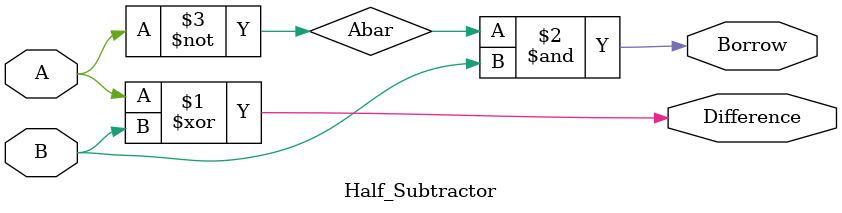
<source format=v>
module Half_Subtractor(
    input A,
    input B,
    output Difference,
    output Borrow
    );

wire Abar;
    
xor (Difference, A, B);
not (Abar, A);
and (Borrow, Abar, B);
    
endmodule

</source>
